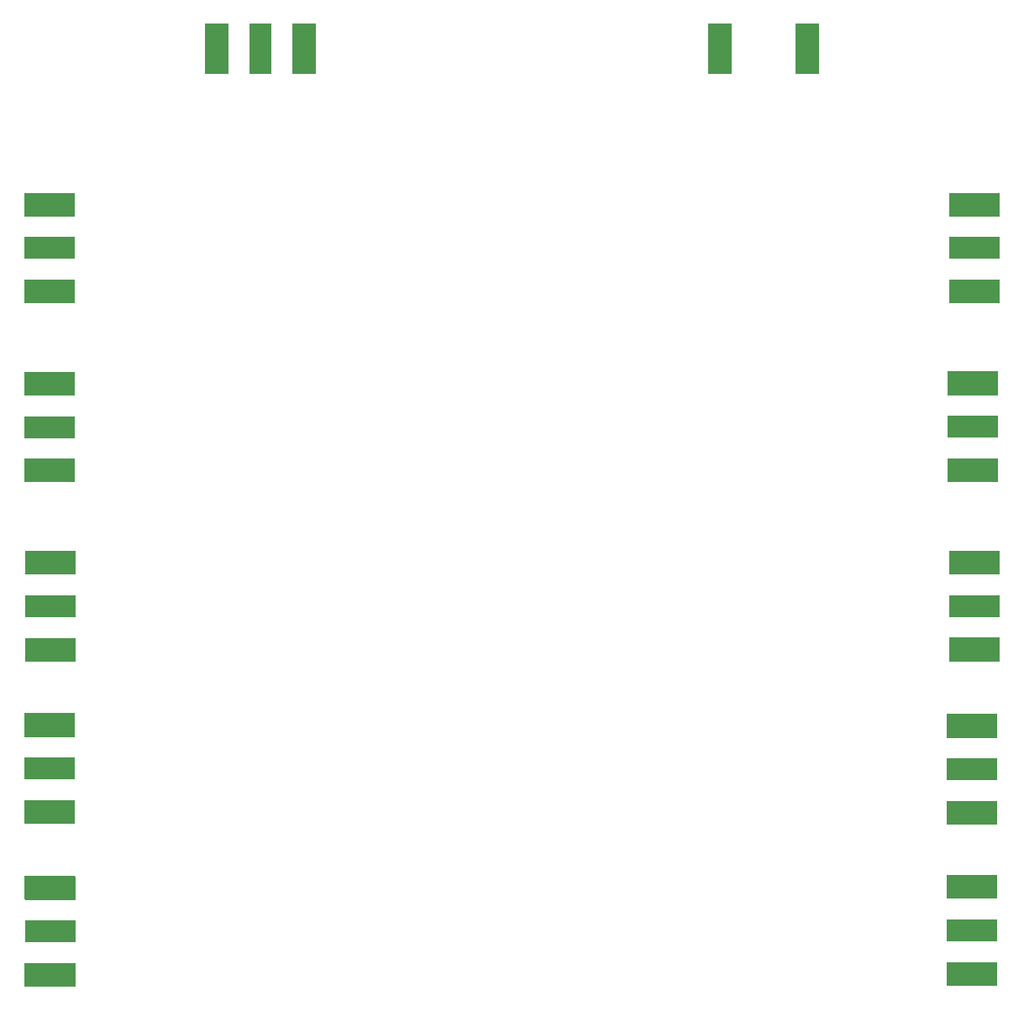
<source format=gts>
G04 #@! TF.GenerationSoftware,KiCad,Pcbnew,(6.0.1)*
G04 #@! TF.CreationDate,2022-06-06T21:41:38+02:00*
G04 #@! TF.ProjectId,rf_test_board,72665f74-6573-4745-9f62-6f6172642e6b,rev?*
G04 #@! TF.SameCoordinates,Original*
G04 #@! TF.FileFunction,Soldermask,Top*
G04 #@! TF.FilePolarity,Negative*
%FSLAX46Y46*%
G04 Gerber Fmt 4.6, Leading zero omitted, Abs format (unit mm)*
G04 Created by KiCad (PCBNEW (6.0.1)) date 2022-06-06 21:41:38*
%MOMM*%
%LPD*%
G01*
G04 APERTURE LIST*
%ADD10R,5.080000X2.420000*%
%ADD11R,5.080000X2.290000*%
%ADD12R,2.290000X5.080000*%
%ADD13R,2.420000X5.080000*%
G04 APERTURE END LIST*
D10*
X57129000Y-119421000D03*
X57129000Y-128181000D03*
D11*
X57129000Y-123801000D03*
D10*
X150297300Y-119394200D03*
X150297300Y-128154200D03*
X57093700Y-144549900D03*
X57093700Y-135789900D03*
D11*
X150304850Y-123799600D03*
D10*
X150304850Y-119419600D03*
X150304850Y-128179600D03*
D11*
X57097000Y-87694000D03*
D10*
X57097000Y-92074000D03*
X57097000Y-83314000D03*
X150114350Y-101341150D03*
X150114350Y-110101150D03*
D11*
X150063200Y-140273000D03*
D10*
X150063200Y-144653000D03*
X150063200Y-135893000D03*
X57092000Y-92075000D03*
X57092000Y-83315000D03*
D11*
X57087000Y-140196800D03*
D10*
X57087000Y-135816800D03*
X57087000Y-144576800D03*
X57067450Y-110132900D03*
X57067450Y-101372900D03*
D11*
X150114350Y-105714800D03*
D10*
X150114350Y-110094800D03*
X150114350Y-101334800D03*
X150068700Y-135878800D03*
X150068700Y-144638800D03*
D11*
X57073450Y-105752900D03*
D10*
X57073450Y-101372900D03*
X57073450Y-110132900D03*
X150069900Y-160882100D03*
X150069900Y-152122100D03*
D12*
X78305000Y-67624000D03*
D13*
X82685000Y-67624000D03*
X73925000Y-67624000D03*
D11*
X150275000Y-87682000D03*
D10*
X150275000Y-83302000D03*
X150275000Y-92062000D03*
D11*
X57112400Y-156605200D03*
D10*
X57112400Y-160985200D03*
X57112400Y-152225200D03*
D13*
X133398000Y-67635000D03*
X124638000Y-67635000D03*
D10*
X150274000Y-92074000D03*
X150274000Y-83314000D03*
D11*
X150063200Y-156503600D03*
D10*
X150063200Y-160883600D03*
X150063200Y-152123600D03*
X57130600Y-128180000D03*
X57130600Y-119420000D03*
X57092850Y-152204650D03*
X57092850Y-160964650D03*
M02*

</source>
